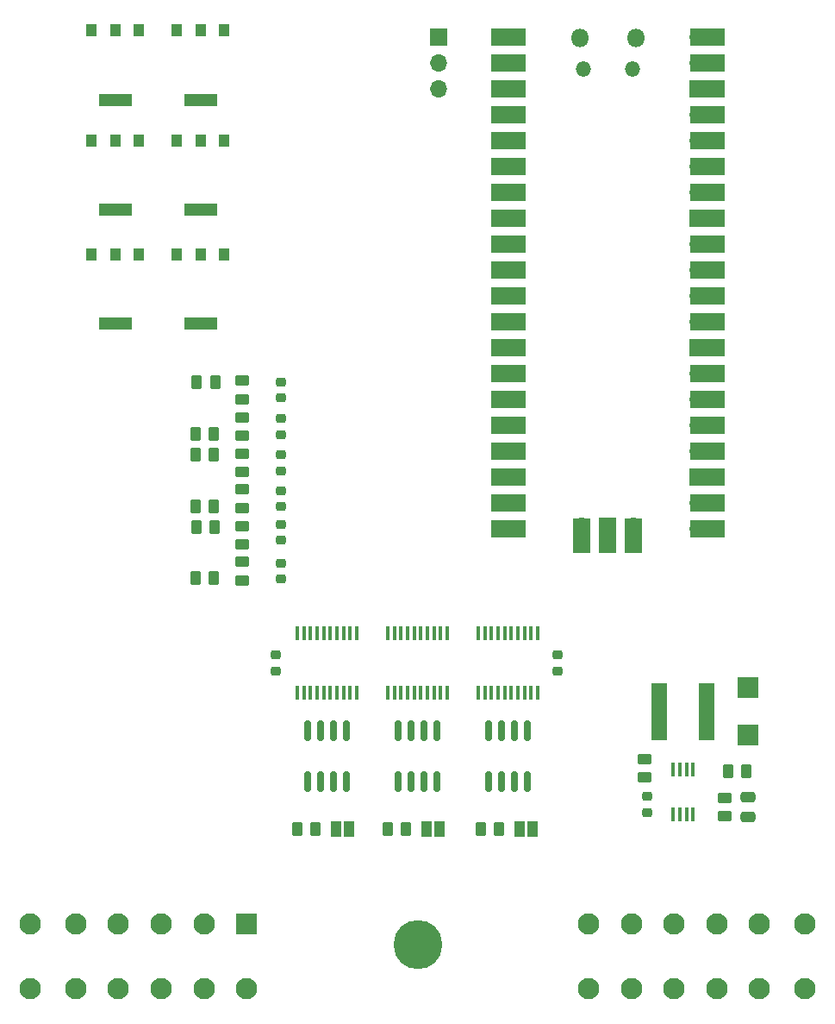
<source format=gts>
G04 #@! TF.GenerationSoftware,KiCad,Pcbnew,(6.0.5-0)*
G04 #@! TF.CreationDate,2023-01-01T23:21:56+00:00*
G04 #@! TF.ProjectId,bms,626d732e-6b69-4636-9164-5f7063625858,rev?*
G04 #@! TF.SameCoordinates,Original*
G04 #@! TF.FileFunction,Soldermask,Top*
G04 #@! TF.FilePolarity,Negative*
%FSLAX46Y46*%
G04 Gerber Fmt 4.6, Leading zero omitted, Abs format (unit mm)*
G04 Created by KiCad (PCBNEW (6.0.5-0)) date 2023-01-01 23:21:56*
%MOMM*%
%LPD*%
G01*
G04 APERTURE LIST*
G04 Aperture macros list*
%AMRoundRect*
0 Rectangle with rounded corners*
0 $1 Rounding radius*
0 $2 $3 $4 $5 $6 $7 $8 $9 X,Y pos of 4 corners*
0 Add a 4 corners polygon primitive as box body*
4,1,4,$2,$3,$4,$5,$6,$7,$8,$9,$2,$3,0*
0 Add four circle primitives for the rounded corners*
1,1,$1+$1,$2,$3*
1,1,$1+$1,$4,$5*
1,1,$1+$1,$6,$7*
1,1,$1+$1,$8,$9*
0 Add four rect primitives between the rounded corners*
20,1,$1+$1,$2,$3,$4,$5,0*
20,1,$1+$1,$4,$5,$6,$7,0*
20,1,$1+$1,$6,$7,$8,$9,0*
20,1,$1+$1,$8,$9,$2,$3,0*%
G04 Aperture macros list end*
%ADD10C,2.100000*%
%ADD11R,2.100000X2.100000*%
%ADD12C,4.800000*%
%ADD13R,1.000000X1.200000*%
%ADD14R,3.300000X1.200000*%
%ADD15R,0.450000X1.400000*%
%ADD16R,0.450000X1.475000*%
%ADD17R,1.700000X1.700000*%
%ADD18O,1.700000X1.700000*%
%ADD19RoundRect,0.250000X0.450000X-0.262500X0.450000X0.262500X-0.450000X0.262500X-0.450000X-0.262500X0*%
%ADD20RoundRect,0.150000X-0.150000X0.825000X-0.150000X-0.825000X0.150000X-0.825000X0.150000X0.825000X0*%
%ADD21R,1.000000X1.500000*%
%ADD22RoundRect,0.250000X-0.450000X0.262500X-0.450000X-0.262500X0.450000X-0.262500X0.450000X0.262500X0*%
%ADD23RoundRect,0.250000X0.262500X0.450000X-0.262500X0.450000X-0.262500X-0.450000X0.262500X-0.450000X0*%
%ADD24RoundRect,0.225000X-0.250000X0.225000X-0.250000X-0.225000X0.250000X-0.225000X0.250000X0.225000X0*%
%ADD25R,2.049780X2.049780*%
%ADD26O,1.500000X1.500000*%
%ADD27O,1.800000X1.800000*%
%ADD28R,3.500000X1.700000*%
%ADD29R,1.700000X3.500000*%
%ADD30RoundRect,0.225000X0.250000X-0.225000X0.250000X0.225000X-0.250000X0.225000X-0.250000X-0.225000X0*%
%ADD31RoundRect,0.250000X-0.262500X-0.450000X0.262500X-0.450000X0.262500X0.450000X-0.262500X0.450000X0*%
%ADD32RoundRect,0.250000X-0.475000X0.250000X-0.475000X-0.250000X0.475000X-0.250000X0.475000X0.250000X0*%
%ADD33R,1.600000X5.700000*%
G04 APERTURE END LIST*
D10*
X118255000Y-152376000D03*
X114055000Y-152376000D03*
X109855000Y-152376000D03*
X105655000Y-152376000D03*
X101455000Y-152376000D03*
X97030000Y-152376000D03*
X97030000Y-146026000D03*
X101455000Y-146026000D03*
X105655000Y-146026000D03*
X109855000Y-146026000D03*
X114055000Y-146026000D03*
D11*
X118255000Y-146026000D03*
D10*
X151855000Y-146026000D03*
X156055000Y-146026000D03*
X160255000Y-146026000D03*
X164455000Y-146026000D03*
X168655000Y-146026000D03*
X173080000Y-146026000D03*
X173080000Y-152376000D03*
X168655000Y-152376000D03*
X164455000Y-152376000D03*
X160255000Y-152376000D03*
X156055000Y-152376000D03*
X151855000Y-152376000D03*
D12*
X135055000Y-148006000D03*
D13*
X116019000Y-80264000D03*
X113719000Y-80264000D03*
X111419000Y-80264000D03*
D14*
X113719000Y-87064000D03*
D13*
X107637000Y-80264000D03*
X105337000Y-80264000D03*
X103037000Y-80264000D03*
D14*
X105337000Y-87064000D03*
D13*
X116019000Y-69117000D03*
X113719000Y-69117000D03*
X111419000Y-69117000D03*
D14*
X113719000Y-75917000D03*
D13*
X107637000Y-69117000D03*
X105337000Y-69117000D03*
X103037000Y-69117000D03*
D14*
X105337000Y-75917000D03*
D15*
X160176000Y-135210000D03*
X160826000Y-135210000D03*
X161476000Y-135210000D03*
X162126000Y-135210000D03*
X162126000Y-130810000D03*
X161476000Y-130810000D03*
X160826000Y-130810000D03*
X160176000Y-130810000D03*
D16*
X123240000Y-123334000D03*
X123890000Y-123334000D03*
X124540000Y-123334000D03*
X125190000Y-123334000D03*
X125840000Y-123334000D03*
X126490000Y-123334000D03*
X127140000Y-123334000D03*
X127790000Y-123334000D03*
X128440000Y-123334000D03*
X129090000Y-123334000D03*
X129090000Y-117458000D03*
X128440000Y-117458000D03*
X127790000Y-117458000D03*
X127140000Y-117458000D03*
X126490000Y-117458000D03*
X125840000Y-117458000D03*
X125190000Y-117458000D03*
X124540000Y-117458000D03*
X123890000Y-117458000D03*
X123240000Y-117458000D03*
X132130000Y-123334000D03*
X132780000Y-123334000D03*
X133430000Y-123334000D03*
X134080000Y-123334000D03*
X134730000Y-123334000D03*
X135380000Y-123334000D03*
X136030000Y-123334000D03*
X136680000Y-123334000D03*
X137330000Y-123334000D03*
X137980000Y-123334000D03*
X137980000Y-117458000D03*
X137330000Y-117458000D03*
X136680000Y-117458000D03*
X136030000Y-117458000D03*
X135380000Y-117458000D03*
X134730000Y-117458000D03*
X134080000Y-117458000D03*
X133430000Y-117458000D03*
X132780000Y-117458000D03*
X132130000Y-117458000D03*
X141020000Y-123334000D03*
X141670000Y-123334000D03*
X142320000Y-123334000D03*
X142970000Y-123334000D03*
X143620000Y-123334000D03*
X144270000Y-123334000D03*
X144920000Y-123334000D03*
X145570000Y-123334000D03*
X146220000Y-123334000D03*
X146870000Y-123334000D03*
X146870000Y-117458000D03*
X146220000Y-117458000D03*
X145570000Y-117458000D03*
X144920000Y-117458000D03*
X144270000Y-117458000D03*
X143620000Y-117458000D03*
X142970000Y-117458000D03*
X142320000Y-117458000D03*
X141670000Y-117458000D03*
X141020000Y-117458000D03*
D13*
X116019000Y-58322000D03*
X113719000Y-58322000D03*
X111419000Y-58322000D03*
D14*
X113719000Y-65122000D03*
D13*
X107637000Y-58322000D03*
X105337000Y-58322000D03*
X103037000Y-58322000D03*
D14*
X105337000Y-65122000D03*
D17*
X137160000Y-58928000D03*
D18*
X137160000Y-61468000D03*
X137160000Y-64008000D03*
D19*
X117811250Y-105156000D03*
X117811250Y-103331000D03*
D20*
X136960000Y-127065000D03*
X135690000Y-127065000D03*
X134420000Y-127065000D03*
X133150000Y-127065000D03*
X133150000Y-132015000D03*
X134420000Y-132015000D03*
X135690000Y-132015000D03*
X136960000Y-132015000D03*
D21*
X145073000Y-136652000D03*
X146373000Y-136652000D03*
D22*
X165195000Y-133621500D03*
X165195000Y-135446500D03*
D19*
X117811250Y-98091000D03*
X117811250Y-96266000D03*
D23*
X167377500Y-130978000D03*
X165552500Y-130978000D03*
D20*
X145850000Y-127065000D03*
X144580000Y-127065000D03*
X143310000Y-127065000D03*
X142040000Y-127065000D03*
X142040000Y-132015000D03*
X143310000Y-132015000D03*
X144580000Y-132015000D03*
X145850000Y-132015000D03*
D24*
X121621250Y-92800500D03*
X121621250Y-94350500D03*
X121621250Y-99959500D03*
X121621250Y-101509500D03*
D25*
X167481000Y-122837300D03*
X167481000Y-127434700D03*
D22*
X117811250Y-99822000D03*
X117811250Y-101647000D03*
D26*
X151318000Y-62088000D03*
X156168000Y-62088000D03*
D27*
X151018000Y-59058000D03*
X156468000Y-59058000D03*
D28*
X143953000Y-58928000D03*
D18*
X144853000Y-58928000D03*
D28*
X143953000Y-61468000D03*
D18*
X144853000Y-61468000D03*
D28*
X143953000Y-64008000D03*
D17*
X144853000Y-64008000D03*
D18*
X144853000Y-66548000D03*
D28*
X143953000Y-66548000D03*
X143953000Y-69088000D03*
D18*
X144853000Y-69088000D03*
X144853000Y-71628000D03*
D28*
X143953000Y-71628000D03*
X143953000Y-74168000D03*
D18*
X144853000Y-74168000D03*
D17*
X144853000Y-76708000D03*
D28*
X143953000Y-76708000D03*
D18*
X144853000Y-79248000D03*
D28*
X143953000Y-79248000D03*
X143953000Y-81788000D03*
D18*
X144853000Y-81788000D03*
D28*
X143953000Y-84328000D03*
D18*
X144853000Y-84328000D03*
D28*
X143953000Y-86868000D03*
D18*
X144853000Y-86868000D03*
D28*
X143953000Y-89408000D03*
D17*
X144853000Y-89408000D03*
D28*
X143953000Y-91948000D03*
D18*
X144853000Y-91948000D03*
X144853000Y-94488000D03*
D28*
X143953000Y-94488000D03*
X143953000Y-97028000D03*
D18*
X144853000Y-97028000D03*
X144853000Y-99568000D03*
D28*
X143953000Y-99568000D03*
X143953000Y-102108000D03*
D17*
X144853000Y-102108000D03*
D28*
X143953000Y-104648000D03*
D18*
X144853000Y-104648000D03*
X144853000Y-107188000D03*
D28*
X143953000Y-107188000D03*
X163533000Y-107188000D03*
D18*
X162633000Y-107188000D03*
D28*
X163533000Y-104648000D03*
D18*
X162633000Y-104648000D03*
D17*
X162633000Y-102108000D03*
D28*
X163533000Y-102108000D03*
X163533000Y-99568000D03*
D18*
X162633000Y-99568000D03*
D28*
X163533000Y-97028000D03*
D18*
X162633000Y-97028000D03*
D28*
X163533000Y-94488000D03*
D18*
X162633000Y-94488000D03*
X162633000Y-91948000D03*
D28*
X163533000Y-91948000D03*
D17*
X162633000Y-89408000D03*
D28*
X163533000Y-89408000D03*
D18*
X162633000Y-86868000D03*
D28*
X163533000Y-86868000D03*
D18*
X162633000Y-84328000D03*
D28*
X163533000Y-84328000D03*
X163533000Y-81788000D03*
D18*
X162633000Y-81788000D03*
D28*
X163533000Y-79248000D03*
D18*
X162633000Y-79248000D03*
D17*
X162633000Y-76708000D03*
D28*
X163533000Y-76708000D03*
X163533000Y-74168000D03*
D18*
X162633000Y-74168000D03*
X162633000Y-71628000D03*
D28*
X163533000Y-71628000D03*
D18*
X162633000Y-69088000D03*
D28*
X163533000Y-69088000D03*
X163533000Y-66548000D03*
D18*
X162633000Y-66548000D03*
D28*
X163533000Y-64008000D03*
D17*
X162633000Y-64008000D03*
D18*
X162633000Y-61468000D03*
D28*
X163533000Y-61468000D03*
X163533000Y-58928000D03*
D18*
X162633000Y-58928000D03*
D29*
X151203000Y-107858000D03*
D18*
X151203000Y-106958000D03*
D17*
X153743000Y-106958000D03*
D29*
X153743000Y-107858000D03*
D18*
X156283000Y-106958000D03*
D29*
X156283000Y-107858000D03*
D22*
X117811250Y-92663000D03*
X117811250Y-94488000D03*
D24*
X148844000Y-119621000D03*
X148844000Y-121171000D03*
D30*
X157575000Y-135055000D03*
X157575000Y-133505000D03*
D20*
X128070000Y-127065000D03*
X126800000Y-127065000D03*
X125530000Y-127065000D03*
X124260000Y-127065000D03*
X124260000Y-132015000D03*
X125530000Y-132015000D03*
X126800000Y-132015000D03*
X128070000Y-132015000D03*
D30*
X121621250Y-112130500D03*
X121621250Y-110580500D03*
D22*
X117811250Y-106934000D03*
X117811250Y-108759000D03*
D31*
X113239250Y-105005500D03*
X115064250Y-105005500D03*
D24*
X121158000Y-119621000D03*
X121158000Y-121171000D03*
D32*
X167481000Y-133584000D03*
X167481000Y-135484000D03*
D31*
X113239250Y-97940500D03*
X115064250Y-97940500D03*
X132110500Y-136652000D03*
X133935500Y-136652000D03*
D24*
X121621250Y-106804500D03*
X121621250Y-108354500D03*
D31*
X113342750Y-92813500D03*
X115167750Y-92813500D03*
D19*
X117811250Y-112268000D03*
X117811250Y-110443000D03*
D21*
X127039000Y-136652000D03*
X128339000Y-136652000D03*
X135929000Y-136652000D03*
X137229000Y-136652000D03*
D22*
X157321000Y-129811500D03*
X157321000Y-131636500D03*
D31*
X113239250Y-99972500D03*
X115064250Y-99972500D03*
D30*
X121621250Y-97953500D03*
X121621250Y-96403500D03*
X121621250Y-105018500D03*
X121621250Y-103468500D03*
D31*
X123220500Y-136652000D03*
X125045500Y-136652000D03*
D33*
X158781000Y-125136000D03*
X163481000Y-125136000D03*
D31*
X141254500Y-136652000D03*
X143079500Y-136652000D03*
X113304000Y-107058500D03*
X115129000Y-107058500D03*
X113239250Y-112027000D03*
X115064250Y-112027000D03*
M02*

</source>
